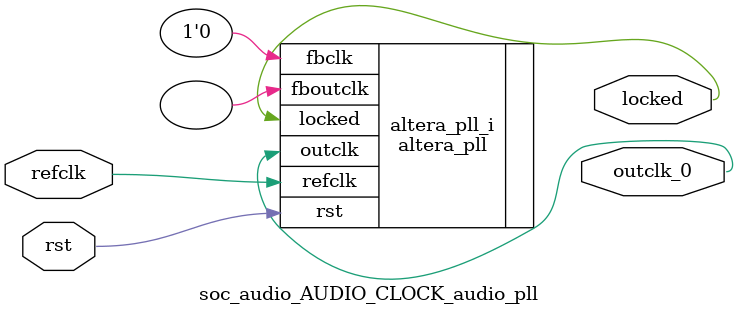
<source format=v>
`timescale 1ns/10ps
module  soc_audio_AUDIO_CLOCK_audio_pll(

	// interface 'refclk'
	input wire refclk,

	// interface 'reset'
	input wire rst,

	// interface 'outclk0'
	output wire outclk_0,

	// interface 'locked'
	output wire locked
);

	altera_pll #(
		.fractional_vco_multiplier("false"),
		.reference_clock_frequency("50.0 MHz"),
		.operation_mode("direct"),
		.number_of_clocks(1),
		.output_clock_frequency0("12.288135 MHz"),
		.phase_shift0("0 ps"),
		.duty_cycle0(50),
		.output_clock_frequency1("0 MHz"),
		.phase_shift1("0 ps"),
		.duty_cycle1(50),
		.output_clock_frequency2("0 MHz"),
		.phase_shift2("0 ps"),
		.duty_cycle2(50),
		.output_clock_frequency3("0 MHz"),
		.phase_shift3("0 ps"),
		.duty_cycle3(50),
		.output_clock_frequency4("0 MHz"),
		.phase_shift4("0 ps"),
		.duty_cycle4(50),
		.output_clock_frequency5("0 MHz"),
		.phase_shift5("0 ps"),
		.duty_cycle5(50),
		.output_clock_frequency6("0 MHz"),
		.phase_shift6("0 ps"),
		.duty_cycle6(50),
		.output_clock_frequency7("0 MHz"),
		.phase_shift7("0 ps"),
		.duty_cycle7(50),
		.output_clock_frequency8("0 MHz"),
		.phase_shift8("0 ps"),
		.duty_cycle8(50),
		.output_clock_frequency9("0 MHz"),
		.phase_shift9("0 ps"),
		.duty_cycle9(50),
		.output_clock_frequency10("0 MHz"),
		.phase_shift10("0 ps"),
		.duty_cycle10(50),
		.output_clock_frequency11("0 MHz"),
		.phase_shift11("0 ps"),
		.duty_cycle11(50),
		.output_clock_frequency12("0 MHz"),
		.phase_shift12("0 ps"),
		.duty_cycle12(50),
		.output_clock_frequency13("0 MHz"),
		.phase_shift13("0 ps"),
		.duty_cycle13(50),
		.output_clock_frequency14("0 MHz"),
		.phase_shift14("0 ps"),
		.duty_cycle14(50),
		.output_clock_frequency15("0 MHz"),
		.phase_shift15("0 ps"),
		.duty_cycle15(50),
		.output_clock_frequency16("0 MHz"),
		.phase_shift16("0 ps"),
		.duty_cycle16(50),
		.output_clock_frequency17("0 MHz"),
		.phase_shift17("0 ps"),
		.duty_cycle17(50),
		.pll_type("General"),
		.pll_subtype("General")
	) altera_pll_i (
		.rst	(rst),
		.outclk	({outclk_0}),
		.locked	(locked),
		.fboutclk	( ),
		.fbclk	(1'b0),
		.refclk	(refclk)
	);
endmodule


</source>
